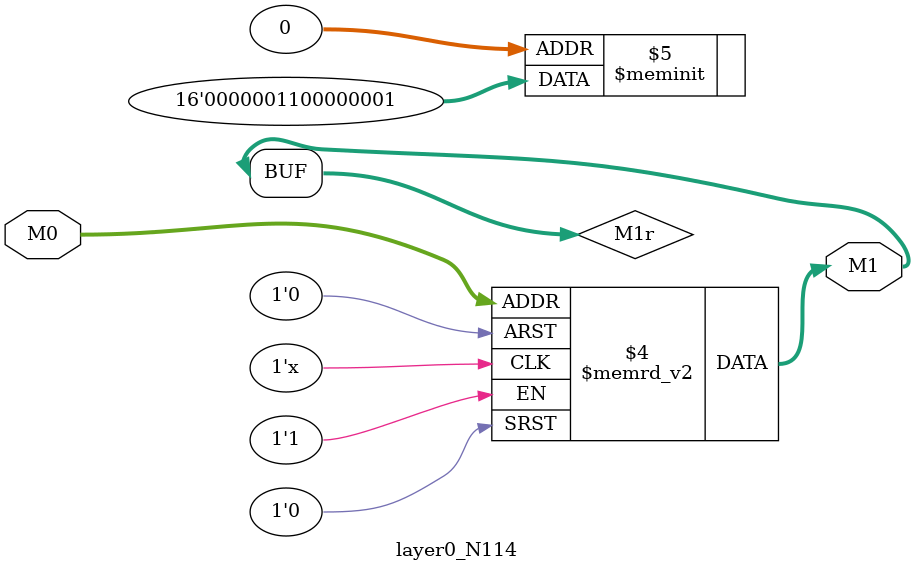
<source format=v>
module layer0_N114 ( input [2:0] M0, output [1:0] M1 );

	(*rom_style = "distributed" *) reg [1:0] M1r;
	assign M1 = M1r;
	always @ (M0) begin
		case (M0)
			3'b000: M1r = 2'b01;
			3'b100: M1r = 2'b11;
			3'b010: M1r = 2'b00;
			3'b110: M1r = 2'b00;
			3'b001: M1r = 2'b00;
			3'b101: M1r = 2'b00;
			3'b011: M1r = 2'b00;
			3'b111: M1r = 2'b00;

		endcase
	end
endmodule

</source>
